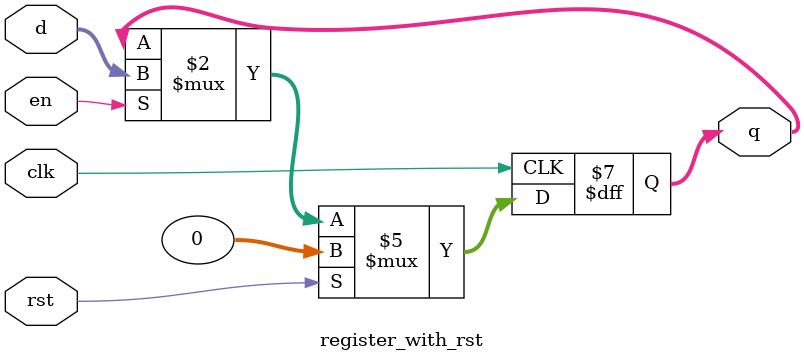
<source format=sv>

module register_with_rst #(
    parameter WIDTH_DATA = 32
)(
    input                           clk,
    input                           rst,
    input        [WIDTH_DATA-1:0]   d,
    input                           en,
    output logic [WIDTH_DATA-1:0]   q
);

    always_ff @ (posedge clk)
        if (rst) q <= {WIDTH_DATA{1'b0}};
        else if(en) q <= d;

endmodule

</source>
